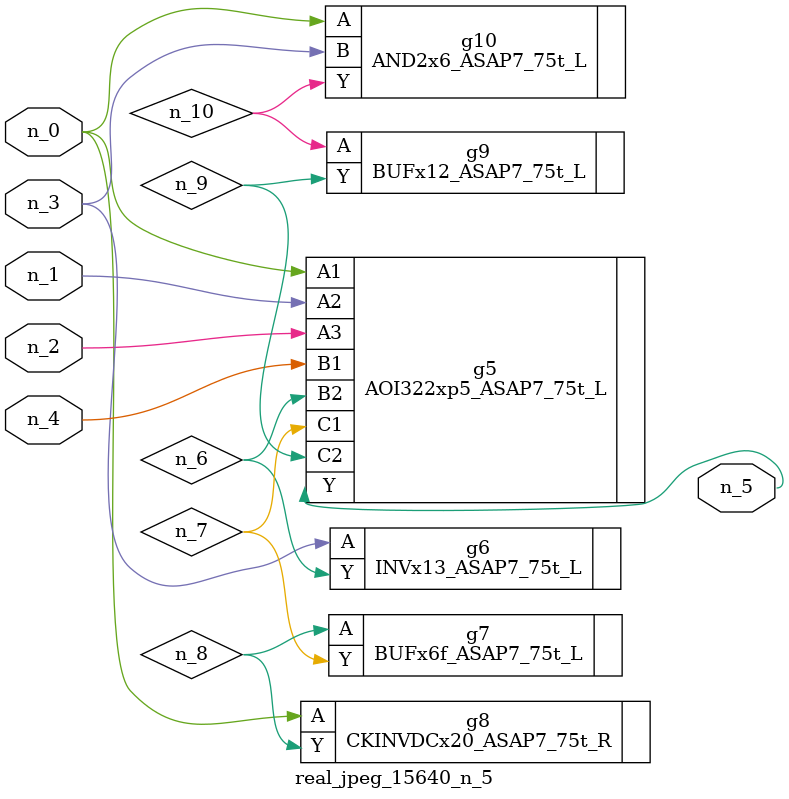
<source format=v>
module real_jpeg_15640_n_5 (n_4, n_0, n_1, n_2, n_3, n_5);

input n_4;
input n_0;
input n_1;
input n_2;
input n_3;

output n_5;

wire n_8;
wire n_6;
wire n_7;
wire n_10;
wire n_9;

AOI322xp5_ASAP7_75t_L g5 ( 
.A1(n_0),
.A2(n_1),
.A3(n_2),
.B1(n_4),
.B2(n_6),
.C1(n_7),
.C2(n_9),
.Y(n_5)
);

CKINVDCx20_ASAP7_75t_R g8 ( 
.A(n_0),
.Y(n_8)
);

AND2x6_ASAP7_75t_L g10 ( 
.A(n_0),
.B(n_3),
.Y(n_10)
);

INVx13_ASAP7_75t_L g6 ( 
.A(n_3),
.Y(n_6)
);

BUFx6f_ASAP7_75t_L g7 ( 
.A(n_8),
.Y(n_7)
);

BUFx12_ASAP7_75t_L g9 ( 
.A(n_10),
.Y(n_9)
);


endmodule
</source>
